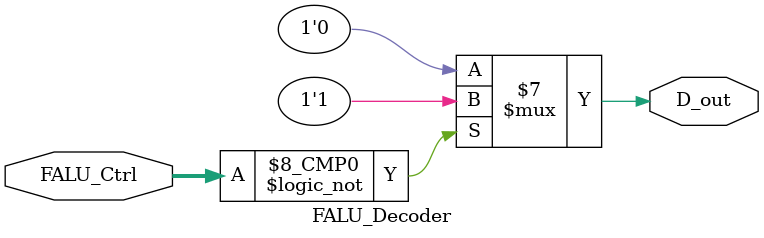
<source format=v>
module FALU_Decoder #(
	parameter DECODER_IN  = 3,
	parameter DECODER_OUT = 2^(DECODER_IN) 
)
(
	input  wire [DECODER_IN-1:0]  FALU_Ctrl,
	output reg  [DECODER_OUT-1:0] D_out
);

always @(*) begin
	D_out = 8'b0000_0000;
	case (FALU_Ctrl)
		3'b000 : D_out = 8'b0000_0001; // ADD_SUB unit
		3'b001 : D_out = 8'b0000_0010; // Mul Unit
		3'b010 : D_out = 8'b0000_0100; // Div Unit
		3'b011 : D_out = 8'b0000_1000; // Compare Unit
		3'b100 : D_out = 8'b0001_0000; // Convert Unit
		default: D_out = 8'b0000_0000; // IDLE
	endcase

end

endmodule
</source>
